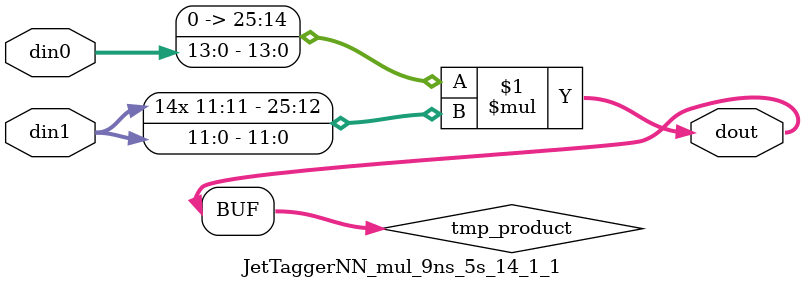
<source format=v>

`timescale 1 ns / 1 ps

  module JetTaggerNN_mul_9ns_5s_14_1_1(din0, din1, dout);
parameter ID = 1;
parameter NUM_STAGE = 0;
parameter din0_WIDTH = 14;
parameter din1_WIDTH = 12;
parameter dout_WIDTH = 26;

input [din0_WIDTH - 1 : 0] din0; 
input [din1_WIDTH - 1 : 0] din1; 
output [dout_WIDTH - 1 : 0] dout;

wire signed [dout_WIDTH - 1 : 0] tmp_product;











assign tmp_product = $signed({1'b0, din0}) * $signed(din1);










assign dout = tmp_product;







endmodule

</source>
